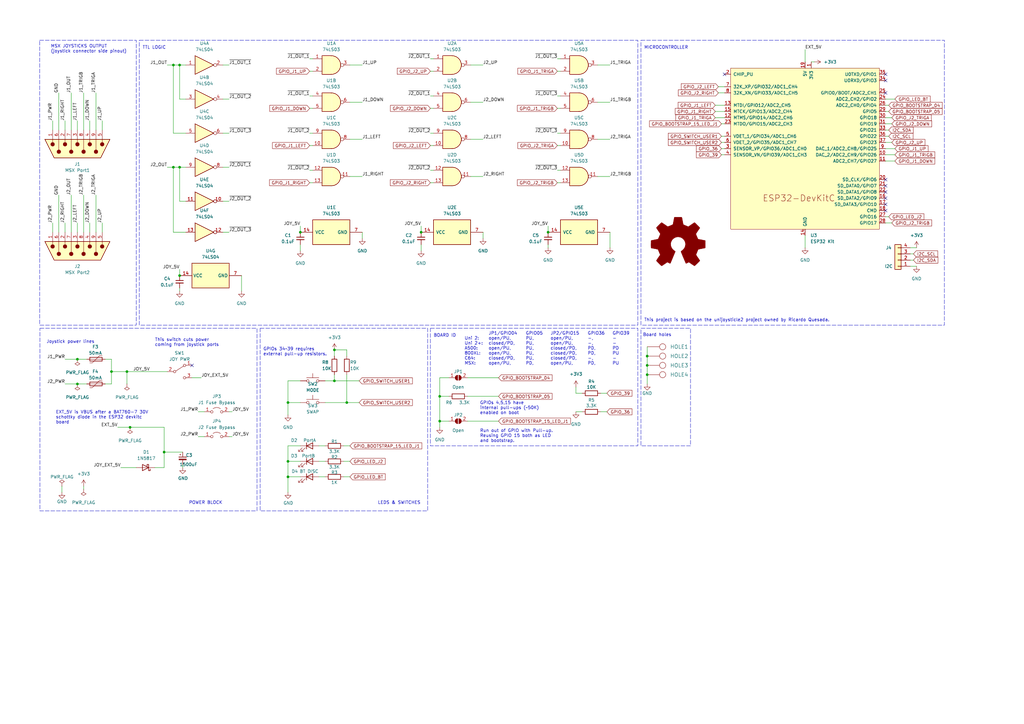
<source format=kicad_sch>
(kicad_sch (version 20230121) (generator eeschema)
  (paper "A3")
  (title_block (title "msx-joyblue: A Bluetooth controller adapter for MSX") (date "2024-02-08") (rev "v1 Build2") (company "Albert Herranz"))
  (junction (at 31.75 157.48))
  (junction (at 180.34 172.72))
  (junction (at 137.16 156.21))
  (junction (at 53.34 175.26))
  (junction (at 71.12 26.67))
  (junction (at 123.19 95.25))
  (junction (at 73.66 113.03))
  (junction (at 137.16 143.51))
  (junction (at 73.66 26.67))
  (junction (at 52.07 152.4))
  (junction (at 73.66 68.58))
  (junction (at 265.43 146.05))
  (junction (at 180.34 162.56))
  (junction (at 31.75 147.32))
  (junction (at 118.11 189.23))
  (junction (at 265.43 149.86))
  (junction (at 45.72 152.4))
  (junction (at 172.72 95.25))
  (junction (at 71.12 68.58))
  (junction (at 142.24 165.1))
  (junction (at 224.79 95.25))
  (junction (at 265.43 153.67))
  (junction (at 67.31 185.42))
  (junction (at 118.11 165.1))
  (junction (at 118.11 195.58))
  (no_connect (at 363.22 73.66))
  (no_connect (at 78.74 149.86))
  (no_connect (at 363.22 38.1))
  (no_connect (at 363.22 81.28))
  (no_connect (at 363.22 86.36))
  (no_connect (at 363.22 30.48))
  (no_connect (at 363.22 78.74))
  (no_connect (at 297.18 30.48))
  (no_connect (at 363.22 33.02))
  (no_connect (at 363.22 76.2))
  (no_connect (at 363.22 83.82))
  (wire (pts (xy 228.6 39.37) (xy 229.87 39.37)))
  (wire (pts (xy 295.91 55.88) (xy 297.18 55.88)))
  (wire (pts (xy 130.81 182.88) (xy 133.35 182.88)))
  (wire (pts (xy 193.04 72.39) (xy 198.12 72.39)))
  (wire (pts (xy 193.04 57.15) (xy 198.12 57.15)))
  (wire (pts (xy 31.75 147.32) (xy 35.56 147.32)))
  (wire (pts (xy 43.18 157.48) (xy 45.72 157.48)))
  (wire (pts (xy 176.53 39.37) (xy 177.8 39.37)))
  (wire (pts (xy 36.83 91.44) (xy 36.83 95.25)))
  (wire (pts (xy 365.76 48.26) (xy 363.22 48.26)))
  (wire (pts (xy 367.03 40.64) (xy 363.22 40.64)))
  (wire (pts (xy 24.13 38.1) (xy 24.13 53.34)))
  (wire (pts (xy 364.49 55.88) (xy 363.22 55.88)))
  (wire (pts (xy 245.11 57.15) (xy 250.19 57.15)))
  (wire (pts (xy 177.8 74.93) (xy 176.53 74.93)))
  (wire (pts (xy 365.76 58.42) (xy 363.22 58.42)))
  (wire (pts (xy 367.03 60.96) (xy 363.22 60.96)))
  (wire (pts (xy 176.53 24.13) (xy 177.8 24.13)))
  (wire (pts (xy 45.72 152.4) (xy 45.72 157.48)))
  (wire (pts (xy 137.16 143.51) (xy 142.24 143.51)))
  (wire (pts (xy 137.16 146.05) (xy 137.16 143.51)))
  (wire (pts (xy 127 39.37) (xy 128.27 39.37)))
  (wire (pts (xy 236.22 158.75) (xy 236.22 161.29)))
  (wire (pts (xy 294.64 38.1) (xy 297.18 38.1)))
  (wire (pts (xy 367.03 63.5) (xy 363.22 63.5)))
  (wire (pts (xy 246.38 161.29) (xy 248.92 161.29)))
  (wire (pts (xy 265.43 142.24) (xy 265.43 146.05)))
  (wire (pts (xy 176.53 69.85) (xy 177.8 69.85)))
  (wire (pts (xy 118.11 182.88) (xy 118.11 189.23)))
  (wire (pts (xy 365.76 50.8) (xy 363.22 50.8)))
  (wire (pts (xy 228.6 44.45) (xy 229.87 44.45)))
  (wire (pts (xy 71.12 26.67) (xy 73.66 26.67)))
  (wire (pts (xy 229.87 59.69) (xy 228.6 59.69)))
  (wire (pts (xy 294.64 35.56) (xy 297.18 35.56)))
  (wire (pts (xy 26.67 147.32) (xy 31.75 147.32)))
  (wire (pts (xy 133.35 156.21) (xy 137.16 156.21)))
  (wire (pts (xy 228.6 69.85) (xy 229.87 69.85)))
  (wire (pts (xy 198.12 95.25) (xy 198.12 97.79)))
  (wire (pts (xy 93.98 26.67) (xy 91.44 26.67)))
  (wire (pts (xy 31.75 91.44) (xy 31.75 95.25)))
  (wire (pts (xy 295.91 50.8) (xy 297.18 50.8)))
  (wire (pts (xy 67.31 175.26) (xy 53.34 175.26)))
  (wire (pts (xy 127 54.61) (xy 128.27 54.61)))
  (wire (pts (xy 250.19 72.39) (xy 245.11 72.39)))
  (wire (pts (xy 364.49 45.72) (xy 363.22 45.72)))
  (wire (pts (xy 180.34 172.72) (xy 180.34 175.26)))
  (wire (pts (xy 177.8 29.21) (xy 176.53 29.21)))
  (wire (pts (xy 29.21 80.01) (xy 29.21 95.25)))
  (wire (pts (xy 334.01 25.4) (xy 332.74 25.4)))
  (wire (pts (xy 142.24 165.1) (xy 147.32 165.1)))
  (wire (pts (xy 76.2 82.55) (xy 73.66 82.55)))
  (wire (pts (xy 364.49 43.18) (xy 363.22 43.18)))
  (wire (pts (xy 193.04 26.67) (xy 198.12 26.67)))
  (wire (pts (xy 142.24 153.67) (xy 142.24 165.1)))
  (wire (pts (xy 73.66 110.49) (xy 73.66 113.03)))
  (wire (pts (xy 21.59 49.53) (xy 21.59 53.34)))
  (wire (pts (xy 191.77 172.72) (xy 204.47 172.72)))
  (wire (pts (xy 68.58 68.58) (xy 71.12 68.58)))
  (wire (pts (xy 93.98 68.58) (xy 91.44 68.58)))
  (wire (pts (xy 123.19 95.25) (xy 123.19 92.71)))
  (wire (pts (xy 250.19 41.91) (xy 245.11 41.91)))
  (wire (pts (xy 73.66 119.38) (xy 73.66 118.11)))
  (wire (pts (xy 375.92 101.6) (xy 373.38 101.6)))
  (wire (pts (xy 374.65 106.68) (xy 373.38 106.68)))
  (wire (pts (xy 55.88 191.77) (xy 49.53 191.77)))
  (wire (pts (xy 34.29 38.1) (xy 34.29 53.34)))
  (wire (pts (xy 73.66 40.64) (xy 73.66 26.67)))
  (wire (pts (xy 127 24.13) (xy 128.27 24.13)))
  (wire (pts (xy 31.75 157.48) (xy 35.56 157.48)))
  (wire (pts (xy 26.67 157.48) (xy 31.75 157.48)))
  (wire (pts (xy 140.97 182.88) (xy 143.51 182.88)))
  (wire (pts (xy 93.98 54.61) (xy 91.44 54.61)))
  (wire (pts (xy 228.6 54.61) (xy 229.87 54.61)))
  (wire (pts (xy 330.2 96.52) (xy 330.2 101.6)))
  (wire (pts (xy 374.65 104.14) (xy 373.38 104.14)))
  (wire (pts (xy 52.07 157.48) (xy 52.07 152.4)))
  (wire (pts (xy 118.11 165.1) (xy 118.11 170.18)))
  (wire (pts (xy 177.8 44.45) (xy 176.53 44.45)))
  (wire (pts (xy 128.27 29.21) (xy 127 29.21)))
  (wire (pts (xy 128.27 59.69) (xy 127 59.69)))
  (wire (pts (xy 118.11 195.58) (xy 118.11 201.93)))
  (wire (pts (xy 76.2 54.61) (xy 71.12 54.61)))
  (wire (pts (xy 293.37 45.72) (xy 297.18 45.72)))
  (wire (pts (xy 184.15 154.94) (xy 180.34 154.94)))
  (wire (pts (xy 295.91 58.42) (xy 297.18 58.42)))
  (wire (pts (xy 193.04 41.91) (xy 198.12 41.91)))
  (wire (pts (xy 128.27 74.93) (xy 127 74.93)))
  (wire (pts (xy 45.72 147.32) (xy 45.72 152.4)))
  (wire (pts (xy 25.4 199.39) (xy 25.4 201.93)))
  (wire (pts (xy 246.38 168.91) (xy 248.92 168.91)))
  (wire (pts (xy 81.28 168.91) (xy 83.82 168.91)))
  (wire (pts (xy 118.11 165.1) (xy 123.19 165.1)))
  (wire (pts (xy 204.47 162.56) (xy 191.77 162.56)))
  (wire (pts (xy 250.19 101.6) (xy 250.19 95.25)))
  (wire (pts (xy 172.72 95.25) (xy 172.72 92.71)))
  (wire (pts (xy 130.81 189.23) (xy 133.35 189.23)))
  (wire (pts (xy 176.53 54.61) (xy 177.8 54.61)))
  (wire (pts (xy 39.37 80.01) (xy 39.37 95.25)))
  (wire (pts (xy 365.76 91.44) (xy 363.22 91.44)))
  (wire (pts (xy 295.91 60.96) (xy 297.18 60.96)))
  (wire (pts (xy 140.97 195.58) (xy 143.51 195.58)))
  (wire (pts (xy 76.2 95.25) (xy 71.12 95.25)))
  (wire (pts (xy 118.11 195.58) (xy 123.19 195.58)))
  (wire (pts (xy 127 69.85) (xy 128.27 69.85)))
  (wire (pts (xy 73.66 26.67) (xy 76.2 26.67)))
  (wire (pts (xy 82.55 154.94) (xy 78.74 154.94)))
  (wire (pts (xy 71.12 95.25) (xy 71.12 68.58)))
  (wire (pts (xy 71.12 54.61) (xy 71.12 26.67)))
  (wire (pts (xy 118.11 189.23) (xy 118.11 195.58)))
  (wire (pts (xy 293.37 48.26) (xy 297.18 48.26)))
  (wire (pts (xy 142.24 143.51) (xy 142.24 146.05)))
  (wire (pts (xy 71.12 68.58) (xy 73.66 68.58)))
  (wire (pts (xy 76.2 40.64) (xy 73.66 40.64)))
  (wire (pts (xy 364.49 53.34) (xy 363.22 53.34)))
  (wire (pts (xy 133.35 165.1) (xy 142.24 165.1)))
  (wire (pts (xy 128.27 44.45) (xy 127 44.45)))
  (wire (pts (xy 177.8 59.69) (xy 176.53 59.69)))
  (wire (pts (xy 184.15 172.72) (xy 180.34 172.72)))
  (wire (pts (xy 265.43 153.67) (xy 265.43 157.48)))
  (wire (pts (xy 130.81 195.58) (xy 133.35 195.58)))
  (wire (pts (xy 123.19 100.33) (xy 123.19 102.87)))
  (wire (pts (xy 67.31 185.42) (xy 74.93 185.42)))
  (wire (pts (xy 81.28 179.07) (xy 83.82 179.07)))
  (wire (pts (xy 172.72 100.33) (xy 172.72 102.87)))
  (wire (pts (xy 34.29 199.39) (xy 34.29 200.66)))
  (wire (pts (xy 367.03 66.04) (xy 363.22 66.04)))
  (wire (pts (xy 224.79 92.71) (xy 224.79 95.25)))
  (wire (pts (xy 143.51 57.15) (xy 148.59 57.15)))
  (wire (pts (xy 123.19 182.88) (xy 118.11 182.88)))
  (wire (pts (xy 140.97 189.23) (xy 143.51 189.23)))
  (wire (pts (xy 45.72 152.4) (xy 52.07 152.4)))
  (wire (pts (xy 26.67 49.53) (xy 26.67 53.34)))
  (wire (pts (xy 137.16 156.21) (xy 147.32 156.21)))
  (wire (pts (xy 143.51 72.39) (xy 148.59 72.39)))
  (wire (pts (xy 41.91 49.53) (xy 41.91 53.34)))
  (wire (pts (xy 364.49 88.9) (xy 363.22 88.9)))
  (wire (pts (xy 93.98 168.91) (xy 95.25 168.91)))
  (wire (pts (xy 31.75 49.53) (xy 31.75 53.34)))
  (wire (pts (xy 229.87 29.21) (xy 228.6 29.21)))
  (wire (pts (xy 123.19 189.23) (xy 118.11 189.23)))
  (wire (pts (xy 191.77 154.94) (xy 204.47 154.94)))
  (wire (pts (xy 67.31 185.42) (xy 67.31 191.77)))
  (wire (pts (xy 180.34 162.56) (xy 184.15 162.56)))
  (wire (pts (xy 330.2 20.32) (xy 330.2 25.4)))
  (wire (pts (xy 143.51 41.91) (xy 148.59 41.91)))
  (wire (pts (xy 67.31 191.77) (xy 63.5 191.77)))
  (wire (pts (xy 45.72 147.32) (xy 43.18 147.32)))
  (wire (pts (xy 26.67 91.44) (xy 26.67 95.25)))
  (wire (pts (xy 148.59 95.25) (xy 148.59 97.79)))
  (wire (pts (xy 74.93 190.5) (xy 74.93 191.77)))
  (wire (pts (xy 73.66 68.58) (xy 76.2 68.58)))
  (wire (pts (xy 39.37 38.1) (xy 39.37 53.34)))
  (wire (pts (xy 143.51 26.67) (xy 148.59 26.67)))
  (wire (pts (xy 36.83 49.53) (xy 36.83 53.34)))
  (wire (pts (xy 180.34 162.56) (xy 180.34 172.72)))
  (wire (pts (xy 224.79 101.6) (xy 224.79 100.33)))
  (wire (pts (xy 21.59 91.44) (xy 21.59 95.25)))
  (wire (pts (xy 293.37 43.18) (xy 297.18 43.18)))
  (wire (pts (xy 93.98 40.64) (xy 91.44 40.64)))
  (wire (pts (xy 118.11 156.21) (xy 118.11 165.1)))
  (wire (pts (xy 236.22 168.91) (xy 238.76 168.91)))
  (wire (pts (xy 265.43 146.05) (xy 265.43 149.86)))
  (wire (pts (xy 265.43 149.86) (xy 265.43 153.67)))
  (wire (pts (xy 24.13 80.01) (xy 24.13 95.25)))
  (wire (pts (xy 118.11 156.21) (xy 123.19 156.21)))
  (wire (pts (xy 245.11 26.67) (xy 250.19 26.67)))
  (wire (pts (xy 236.22 161.29) (xy 238.76 161.29)))
  (wire (pts (xy 34.29 80.01) (xy 34.29 95.25)))
  (wire (pts (xy 93.98 95.25) (xy 91.44 95.25)))
  (wire (pts (xy 228.6 74.93) (xy 229.87 74.93)))
  (wire (pts (xy 52.07 152.4) (xy 68.58 152.4)))
  (wire (pts (xy 53.34 175.26) (xy 48.26 175.26)))
  (wire (pts (xy 73.66 82.55) (xy 73.66 68.58)))
  (wire (pts (xy 41.91 91.44) (xy 41.91 95.25)))
  (wire (pts (xy 137.16 153.67) (xy 137.16 156.21)))
  (wire (pts (xy 67.31 175.26) (xy 67.31 185.42)))
  (wire (pts (xy 373.38 109.22) (xy 375.92 109.22)))
  (wire (pts (xy 93.98 82.55) (xy 91.44 82.55)))
  (wire (pts (xy 68.58 26.67) (xy 71.12 26.67)))
  (wire (pts (xy 295.91 63.5) (xy 297.18 63.5)))
  (wire (pts (xy 228.6 24.13) (xy 229.87 24.13)))
  (wire (pts (xy 29.21 38.1) (xy 29.21 53.34)))
  (wire (pts (xy 180.34 154.94) (xy 180.34 162.56)))
  (wire (pts (xy 93.98 179.07) (xy 95.25 179.07)))
  (wire (pts (xy 99.06 119.38) (xy 99.06 113.03)))
  (rectangle (start 106.68 134.62) (end 175.387 209.55) (stroke (width 0) (type dash)))
  (rectangle (start 262.89 16.51) (end 387.35 133.35) (stroke (width 0) (type dash)))
  (rectangle (start 57.15 16.51) (end 261.62 133.35) (stroke (width 0) (type dash)))
  (rectangle (start 262.89 134.62) (end 283.21 182.88) (stroke (width 0) (type dash)))
  (rectangle (start 16.256 16.51) (end 55.88 133.35) (stroke (width 0) (type dash)))
  (rectangle (start 176.53 134.62) (end 261.62 182.88) (stroke (width 0) (type dash)))
  (rectangle (start 16.383 134.62) (end 105.41 209.55) (stroke (width 0) (type dash)))
  (text "LEDS & SWITCHES" (at 154.94 207.01 0) (effects (font (size 1.27 1.27)) (justify left bottom)))
  (text "		JP1/GPIO04	GPIO05	JP2/GPIO15	GPIO36	GPIO39\nUni 2:	open/PU,	PU,		open/PU,	-,		-\nUni 2+:	closed/PD,	PU,		open/PU,	-,		-\nA500:	open/PU,	PU,		closed/PD,	PD,		PD\n800XL:	open/PU,	PU,		closed/PD,	PD,		PU\nC64:	closed/PD,	PU,		closed/PD,	-,		-\nMSX:	open/PU,	PD,		open/PU,	PD,		PU" (at 190.5 149.86 0) (effects (font (size 1.27 1.27)) (justify left bottom)))
  (text "MSX JOYSTICKS OUTPUT\n(joystick connector side pinout)" (at 20.828 21.844 0) (effects (font (size 1.27 1.27)) (justify left bottom)))
  (text "POWER BLOCK" (at 77.47 207.01 0) (effects (font (size 1.27 1.27)) (justify left bottom)))
  (text "Joystick power lines" (at 19.05 140.97 0) (effects (font (size 1.27 1.27)) (justify left bottom)))
  (text "This switch cuts power\ncoming from joystick ports" (at 63.5 142.24 0) (effects (font (size 1.27 1.27)) (justify left bottom)))
  (text "GPIOs 34~39 requires\nexternal pull-up resistors." (at 107.95 146.05 0) (effects (font (size 1.27 1.27)) (justify left bottom)))
  (text "Run out of GPIO with Pull-up.\nReusing GPIO 15 both as LED\nand bootstrap." (at 196.85 181.61 0) (effects (font (size 1.27 1.27)) (justify left bottom)))
  (text "TTL LOGIC\n" (at 58.42 20.32 0) (effects (font (size 1.27 1.27)) (justify left bottom)))
  (text "GPIOs 4,5,15 have\ninternal pull-ups (~50K)\nenabled on boot" (at 196.85 170.18 0) (effects (font (size 1.27 1.27)) (justify left bottom)))
  (text "Board holes" (at 263.652 138.176 0) (effects (font (size 1.27 1.27)) (justify left bottom)))
  (text "MICROCONTROLLER" (at 264.16 20.32 0) (effects (font (size 1.27 1.27)) (justify left bottom)))
  (text "EXT_5V is VBUS after a BAT760-7 30V\nschottky diode in the ESP32 devkitc\nboard" (at 22.86 173.99 0) (effects (font (size 1.27 1.27)) (justify left bottom)))
  (text "This project is based on the unijoysticle2 project owned by Ricardo Quesada." (at 264.16 132.08 0) (effects (font (size 1.27 1.27)) (justify left bottom)))
  (text "BOARD ID" (at 177.8 138.43 0) (effects (font (size 1.27 1.27)) (justify left bottom)))
  (label "J2_LEFT" (at 198.12 57.15 0))
  (label "EXT_5V" (at 330.2 20.32 0))
  (label "~{J1_OUT_2}" (at 93.98 40.64 0))
  (label "J2_TRIGA" (at 39.37 80.01 90))
  (label "EXT_5V" (at 48.26 175.26 180))
  (label "~{J1_OUT_2}" (at 127 69.85 180))
  (label "J2_RIGHT" (at 26.67 91.44 90))
  (label "JOY_5V" (at 172.72 92.71 180))
  (label "J1_DOWN" (at 36.83 49.53 90))
  (label "J2_TRIGB" (at 34.29 80.01 90))
  (label "J1_UP" (at 148.59 26.67 0))
  (label "J2_UP" (at 198.12 26.67 0))
  (label "J2_TRIGB" (at 250.19 72.39 0))
  (label "J1_DOWN" (at 148.59 41.91 0))
  (label "J2_DOWN" (at 198.12 41.91 0))
  (label "J2_DOWN" (at 36.83 91.44 90))
  (label "~{J1_OUT_1}" (at 127 24.13 180))
  (label "J1_OUT" (at 68.58 26.67 180))
  (label "J1_LEFT" (at 148.59 57.15 0))
  (label "JOY_5V" (at 95.25 168.91 0))
  (label "J2_TRIGA" (at 250.19 57.15 0))
  (label "~{J2_OUT_2}" (at 176.53 54.61 180))
  (label "J2_RIGHT" (at 198.12 72.39 0))
  (label "J1_PWR" (at 81.28 168.91 180))
  (label "JOY_5V" (at 95.25 179.07 0))
  (label "J1_UP" (at 41.91 49.53 90))
  (label "~{J2_OUT_3}" (at 93.98 95.25 0))
  (label "~{J2_OUT_2}" (at 93.98 82.55 0))
  (label "J1_PWR" (at 21.59 49.53 90))
  (label "JOY_5V" (at 224.79 92.71 180))
  (label "JOY_5V" (at 73.66 110.49 180))
  (label "J2_PWR" (at 26.67 157.48 180))
  (label "J2_PWR" (at 21.59 91.44 90))
  (label "~{J2_OUT_1}" (at 176.53 24.13 180))
  (label "~{J1_OUT_2}" (at 127 54.61 180))
  (label "J2_UP" (at 41.91 91.44 90))
  (label "~{J1_OUT_3}" (at 93.98 54.61 0))
  (label "~{J2_OUT_3}" (at 228.6 54.61 180))
  (label "~{J1_OUT_1}" (at 93.98 26.67 0))
  (label "J2_PWR" (at 81.28 179.07 180))
  (label "~{J1_OUT_1}" (at 127 39.37 180))
  (label "J1_LEFT" (at 31.75 49.53 90))
  (label "J2_LEFT" (at 31.75 91.44 90))
  (label "JOY_EXT_5V" (at 49.53 191.77 180))
  (label "J1_RIGHT" (at 148.59 72.39 0))
  (label "~{J2_OUT_2}" (at 176.53 69.85 180))
  (label "JOY_5V" (at 54.61 152.4 0))
  (label "JOY_5V" (at 123.19 92.71 180))
  (label "JOY_EXT_5V" (at 82.55 154.94 0))
  (label "~{J1_OUT_3}" (at 228.6 24.13 180))
  (label "J2_OUT" (at 29.21 80.01 90))
  (label "J1_TRIGA" (at 39.37 38.1 90))
  (label "GND" (at 24.13 38.1 90))
  (label "GND" (at 24.13 80.01 90))
  (label "J1_RIGHT" (at 26.67 49.53 90))
  (label "J1_TRIGB" (at 250.19 41.91 0))
  (label "J1_TRIGB" (at 34.29 38.1 90))
  (label "J1_OUT" (at 29.21 38.1 90))
  (label "J1_PWR" (at 26.67 147.32 180))
  (label "~{J2_OUT_3}" (at 228.6 69.85 180))
  (label "J2_OUT" (at 68.58 68.58 180))
  (label "~{J2_OUT_1}" (at 176.53 39.37 180))
  (label "J1_TRIGA" (at 250.19 26.67 0))
  (label "~{J1_OUT_3}" (at 228.6 39.37 180))
  (label "~{J2_OUT_1}" (at 93.98 68.58 0))
  (global_label "GPIO_BOOTSTRAP_15_LED_J1" (shape input) (at 143.51 182.88 0) (property "Intersheetrefs" "${INTERSHEET_REFS}" (effects hide)))
  (global_label "GPIO_J2_UP" (shape input) (at 176.53 29.21 180) (property "Intersheetrefs" "${INTERSHEET_REFS}" (effects hide)))
  (global_label "GPIO_J1_UP" (shape input) (at 367.03 60.96 0) (property "Intersheetrefs" "${INTERSHEET_REFS}" (effects hide)))
  (global_label "GPIO_J2_LEFT" (shape input) (at 294.64 35.56 180) (property "Intersheetrefs" "${INTERSHEET_REFS}" (effects hide)))
  (global_label "GPIO_J1_DOWN" (shape input) (at 367.03 66.04 0) (property "Intersheetrefs" "${INTERSHEET_REFS}" (effects hide)))
  (global_label "GPIO_J1_UP" (shape input) (at 127 29.21 180) (property "Intersheetrefs" "${INTERSHEET_REFS}" (effects hide)))
  (global_label "I2C_SCL" (shape input) (at 374.65 104.14 0) (property "Intersheetrefs" "${INTERSHEET_REFS}" (effects hide)))
  (global_label "GPIO_LED_J2" (shape input) (at 364.49 88.9 0) (property "Intersheetrefs" "${INTERSHEET_REFS}" (effects hide)))
  (global_label "GPIO_J1_TRIGB" (shape input) (at 367.03 63.5 0) (property "Intersheetrefs" "${INTERSHEET_REFS}" (effects hide)))
  (global_label "I2C_SCL" (shape input) (at 364.49 55.88 0) (property "Intersheetrefs" "${INTERSHEET_REFS}" (effects hide)))
  (global_label "I2C_SDA" (shape input) (at 364.49 53.34 0) (property "Intersheetrefs" "${INTERSHEET_REFS}" (effects hide)))
  (global_label "GPIO_BOOTSTRAP_05" (shape input) (at 204.47 162.56 0) (property "Intersheetrefs" "${INTERSHEET_REFS}" (effects hide)))
  (global_label "GPIO_J2_UP" (shape input) (at 365.76 58.42 0) (property "Intersheetrefs" "${INTERSHEET_REFS}" (effects hide)))
  (global_label "GPIO_J1_RIGHT" (shape input) (at 127 74.93 180) (property "Intersheetrefs" "${INTERSHEET_REFS}" (effects hide)))
  (global_label "GPIO_SWITCH_USER1" (shape input) (at 295.91 55.88 180) (property "Intersheetrefs" "${INTERSHEET_REFS}" (effects hide)))
  (global_label "GPIO_J2_RIGHT" (shape input) (at 176.53 74.93 180) (property "Intersheetrefs" "${INTERSHEET_REFS}" (effects hide)))
  (global_label "GPIO_SWITCH_USER2" (shape input) (at 147.32 165.1 0) (property "Intersheetrefs" "${INTERSHEET_REFS}" (effects hide)))
  (global_label "GPIO_J2_TRIGA" (shape input) (at 228.6 59.69 180) (property "Intersheetrefs" "${INTERSHEET_REFS}" (effects hide)))
  (global_label "GPIO_36" (shape input) (at 248.92 168.91 0) (property "Intersheetrefs" "${INTERSHEET_REFS}" (effects hide)))
  (global_label "GPIO_39" (shape input) (at 295.91 63.5 180) (property "Intersheetrefs" "${INTERSHEET_REFS}" (effects hide)))
  (global_label "GPIO_36" (shape input) (at 295.91 60.96 180) (property "Intersheetrefs" "${INTERSHEET_REFS}" (effects hide)))
  (global_label "GPIO_J1_RIGHT" (shape input) (at 293.37 45.72 180) (property "Intersheetrefs" "${INTERSHEET_REFS}" (effects hide)))
  (global_label "GPIO_BOOTSTRAP_05" (shape input) (at 364.49 45.72 0) (property "Intersheetrefs" "${INTERSHEET_REFS}" (effects hide)))
  (global_label "GPIO_LED_BT" (shape input) (at 143.51 195.58 0) (property "Intersheetrefs" "${INTERSHEET_REFS}" (effects hide)))
  (global_label "GPIO_J2_TRIGA" (shape input) (at 365.76 48.26 0) (property "Intersheetrefs" "${INTERSHEET_REFS}" (effects hide)))
  (global_label "GPIO_J1_TRIGA" (shape input) (at 293.37 48.26 180) (property "Intersheetrefs" "${INTERSHEET_REFS}" (effects hide)))
  (global_label "GPIO_LED_BT" (shape input) (at 367.03 40.64 0) (property "Intersheetrefs" "${INTERSHEET_REFS}" (effects hide)))
  (global_label "GPIO_BOOTSTRAP_15_LED_J1" (shape input) (at 295.91 50.8 180) (property "Intersheetrefs" "${INTERSHEET_REFS}" (effects hide)))
  (global_label "GPIO_J1_LEFT" (shape input) (at 127 59.69 180) (property "Intersheetrefs" "${INTERSHEET_REFS}" (effects hide)))
  (global_label "GPIO_J2_DOWN" (shape input) (at 176.53 44.45 180) (property "Intersheetrefs" "${INTERSHEET_REFS}" (effects hide)))
  (global_label "GPIO_39" (shape input) (at 248.92 161.29 0) (property "Intersheetrefs" "${INTERSHEET_REFS}" (effects hide)))
  (global_label "GPIO_J1_TRIGB" (shape input) (at 228.6 44.45 180) (property "Intersheetrefs" "${INTERSHEET_REFS}" (effects hide)))
  (global_label "GPIO_BOOTSTRAP_04" (shape input) (at 364.49 43.18 0) (property "Intersheetrefs" "${INTERSHEET_REFS}" (effects hide)))
  (global_label "GPIO_LED_J2" (shape input) (at 143.51 189.23 0) (property "Intersheetrefs" "${INTERSHEET_REFS}" (effects hide)))
  (global_label "I2C_SDA" (shape input) (at 374.65 106.68 0) (property "Intersheetrefs" "${INTERSHEET_REFS}" (effects hide)))
  (global_label "GPIO_J1_DOWN" (shape input) (at 127 44.45 180) (property "Intersheetrefs" "${INTERSHEET_REFS}" (effects hide)))
  (global_label "GPIO_J2_LEFT" (shape input) (at 176.53 59.69 180) (property "Intersheetrefs" "${INTERSHEET_REFS}" (effects hide)))
  (global_label "GPIO_BOOTSTRAP_04" (shape input) (at 204.47 154.94 0) (property "Intersheetrefs" "${INTERSHEET_REFS}" (effects hide)))
  (global_label "GPIO_BOOTSTRAP_15_LED_J1" (shape input) (at 204.47 172.72 0) (property "Intersheetrefs" "${INTERSHEET_REFS}" (effects hide)))
  (global_label "GPIO_SWITCH_USER1" (shape input) (at 147.32 156.21 0) (property "Intersheetrefs" "${INTERSHEET_REFS}" (effects hide)))
  (global_label "GPIO_SWITCH_USER2" (shape input) (at 295.91 58.42 180) (property "Intersheetrefs" "${INTERSHEET_REFS}" (effects hide)))
  (global_label "GPIO_J2_TRIGB" (shape input) (at 365.76 91.44 0) (property "Intersheetrefs" "${INTERSHEET_REFS}" (effects hide)))
  (global_label "GPIO_J2_TRIGB" (shape input) (at 228.6 74.93 180) (property "Intersheetrefs" "${INTERSHEET_REFS}" (effects hide)))
  (global_label "GPIO_J2_DOWN" (shape input) (at 365.76 50.8 0) (property "Intersheetrefs" "${INTERSHEET_REFS}" (effects hide)))
  (global_label "GPIO_J1_TRIGA" (shape input) (at 228.6 29.21 180) (property "Intersheetrefs" "${INTERSHEET_REFS}" (effects hide)))
  (global_label "GPIO_J2_RIGHT" (shape input) (at 294.64 38.1 180) (property "Intersheetrefs" "${INTERSHEET_REFS}" (effects hide)))
  (global_label "GPIO_J1_LEFT" (shape input) (at 293.37 43.18 180) (property "Intersheetrefs" "${INTERSHEET_REFS}" (effects hide)))
  (symbol (lib_id "my_components:HOLE") (at 271.78 149.86 0) (unit 1)
    (property "Reference" "HOLE3" (at 274.828 149.86 0) (effects (font (size 1.524 1.524)) (justify left)))
    (property "Value" "HOLE" (effects hide))
    (property "Footprint" "My_Components:Hole_3mm" (effects hide))
  )
  (symbol (lib_id "power:GND") (at 198.12 97.79 0) (unit 1)
    (property "Reference" "#PWR06" (effects hide))
    (property "Value" "GND" (at 198.12 102.87 0))
  )
  (symbol (lib_id "Device:R") (at 137.16 195.58 90) (unit 1)
    (property "Reference" "R3" (at 137.16 193.802 90))
    (property "Value" "1K" (at 137.16 197.866 90))
    (property "Footprint" "My_Components:Res_762" (effects hide))
    (property "LCSC" "C4310" (effects hide))
  )
  (symbol (lib_id "power:PWR_FLAG") (at 53.34 175.26 180) (unit 1)
    (property "Reference" "#FLG01" (effects hide))
    (property "Value" "PWR_FLAG" (at 53.34 180.721 0))
  )
  (symbol (lib_id "74xx:74LS03") (at 135.89 95.25 90) (unit 5)
    (property "Reference" "U1" (at 135.89 85.09 90))
    (property "Value" "74LS03" (at 135.89 87.63 90))
    (property "Footprint" "Package_DIP:DIP-14_W7.62mm_Socket_LongPads" (effects hide))
    (property "Datasheet" "http://www.ti.com/lit/gpn/sn74LS03" (effects hide))
  )
  (symbol (lib_id "power:+3V3") (at 375.92 101.6 0) (unit 1)
    (property "Reference" "#PWR017" (effects hide))
    (property "Value" "+3V3" (at 375.92 96.52 0))
  )
  (symbol (lib_id "Device:Polyfuse") (at 39.37 147.32 90) (unit 1)
    (property "Reference" "F3" (at 39.116 142.24 90))
    (property "Value" "50mA" (at 39.116 144.78 90))
    (property "Footprint" "Capacitor_THT:C_Disc_D7.5mm_W2.5mm_P5.00mm" (effects hide))
  )
  (symbol (lib_id "74xx:74LS03") (at 237.49 72.39 0) (unit 4)
    (property "Reference" "U5" (at 237.4817 63.5 0))
    (property "Value" "74LS03" (at 237.4817 66.04 0))
    (property "Footprint" "Package_DIP:DIP-14_W7.62mm_Socket_LongPads" (effects hide))
    (property "Datasheet" "http://www.ti.com/lit/gpn/sn74LS03" (effects hide))
  )
  (symbol (lib_id "74xx:74LS03") (at 237.49 41.91 0) (unit 2)
    (property "Reference" "U5" (at 237.4817 33.02 0))
    (property "Value" "74LS03" (at 237.4817 35.56 0))
    (property "Footprint" "Package_DIP:DIP-14_W7.62mm_Socket_LongPads" (effects hide))
    (property "Datasheet" "http://www.ti.com/lit/gpn/sn74LS03" (effects hide))
  )
  (symbol (lib_id "Graphic:Logo_Open_Hardware_Large") (at 278.13 100.33 0) (unit 1) (in_bom no)
    (property "Reference" "SYM1" (effects hide))
    (property "Value" "Logo_Open_Hardware_Large" (effects hide))
    (property "Footprint" "Symbol:OSHW-Logo_7.5x8mm_SilkScreen" (effects hide))
    (property "Sim.Enable" "0" (effects hide))
  )
  (symbol (lib_id "power:GND") (at 265.43 157.48 0) (unit 1)
    (property "Reference" "#PWR09" (effects hide))
    (property "Value" "GND" (at 265.43 161.29 0))
  )
  (symbol (lib_id "74xx:74LS03") (at 185.42 26.67 0) (unit 1)
    (property "Reference" "U2" (at 185.4117 17.78 0))
    (property "Value" "74LS03" (at 185.4117 20.32 0))
    (property "Footprint" "Package_DIP:DIP-14_W7.62mm_Socket_LongPads" (effects hide))
    (property "Datasheet" "http://www.ti.com/lit/gpn/sn74LS03" (effects hide))
  )
  (symbol (lib_id "Jumper:SolderJumper_2_Open") (at 187.96 172.72 0) (unit 1) (on_board no)
    (property "Reference" "JP2" (at 187.96 170.18 0))
    (property "Value" "Open" (at 187.96 176.53 0))
    (property "Footprint" "Jumper:SolderJumper-2_P1.3mm_Open_RoundedPad1.0x1.5mm" (effects hide))
  )
  (symbol (lib_id "Jumper:Jumper_2_Open") (at 88.9 168.91 0) (unit 1)
    (property "Reference" "JP3" (at 88.9 162.56 0))
    (property "Value" "J1 Fuse Bypass" (at 88.9 165.1 0))
    (property "Footprint" "Connector_PinHeader_2.54mm:PinHeader_1x02_P2.54mm_Vertical" (effects hide))
  )
  (symbol (lib_id "74xx:74LS03") (at 185.42 57.15 0) (unit 3)
    (property "Reference" "U2" (at 185.4117 48.26 0))
    (property "Value" "74LS03" (at 185.4117 50.8 0))
    (property "Footprint" "Package_DIP:DIP-14_W7.62mm_Socket_LongPads" (effects hide))
    (property "Datasheet" "http://www.ti.com/lit/gpn/sn74LS03" (effects hide))
  )
  (symbol (lib_id "74xx:74LS03") (at 185.42 95.25 90) (unit 5)
    (property "Reference" "U2" (at 185.42 85.09 90))
    (property "Value" "74LS03" (at 185.42 87.63 90))
    (property "Footprint" "Package_DIP:DIP-14_W7.62mm_Socket_LongPads" (effects hide))
    (property "Datasheet" "http://www.ti.com/lit/gpn/sn74LS03" (effects hide))
  )
  (symbol (lib_id "74xx:74LS04") (at 83.82 54.61 0) (unit 3)
    (property "Reference" "U4" (at 83.82 45.72 0))
    (property "Value" "74LS04" (at 83.82 48.26 0))
    (property "Footprint" "Package_DIP:DIP-14_W7.62mm_Socket_LongPads" (effects hide))
    (property "Datasheet" "http://www.ti.com/lit/gpn/sn74LS04" (effects hide))
  )
  (symbol (lib_id "Device:R") (at 242.57 161.29 270) (mirror x) (unit 1)
    (property "Reference" "R4" (at 242.57 156.464 90))
    (property "Value" "10K" (at 242.57 158.75 90))
    (property "Footprint" "My_Components:Res_762" (effects hide))
  )
  (symbol (lib_id "Device:R") (at 242.57 168.91 270) (mirror x) (unit 1)
    (property "Reference" "R5" (at 242.57 164.084 90))
    (property "Value" "3.3K" (at 242.57 166.37 90))
    (property "Footprint" "My_Components:Res_762" (effects hide))
  )
  (symbol (lib_id "Connector:DE9_Plug") (at 31.75 60.96 270) (unit 1)
    (property "Reference" "J1" (at 31.75 67.31 90))
    (property "Value" "MSX Port1" (at 31.75 69.85 90))
    (property "Footprint" "Connector_JST:JST_PH_B9B-PH-K_1x09_P2.00mm_Vertical" (effects hide))
    (property "Datasheet" " ~" (effects hide))
  )
  (symbol (lib_id "Switch:SW_Push") (at 128.27 156.21 0) (unit 1)
    (property "Reference" "SW2" (at 128.27 157.48 0))
    (property "Value" "MODE" (at 128.27 160.02 0))
    (property "Footprint" "Button_Switch_THT:SW_Tactile_SPST_Angled_PTS645Vx39-2LFS" (effects hide))
  )
  (symbol (lib_id "Device:C_Small") (at 73.66 115.57 0) (unit 1)
    (property "Reference" "C4" (at 68.58 114.3 0))
    (property "Value" "0.1uF" (at 68.58 116.84 0))
    (property "Footprint" "My_Components:Cap_Cer_508" (effects hide))
  )
  (symbol (lib_id "74xx:74LS04") (at 83.82 95.25 0) (unit 6)
    (property "Reference" "U4" (at 83.82 86.36 0))
    (property "Value" "74LS04" (at 83.82 88.9 0))
    (property "Footprint" "Package_DIP:DIP-14_W7.62mm_Socket_LongPads" (effects hide))
    (property "Datasheet" "http://www.ti.com/lit/gpn/sn74LS04" (effects hide))
  )
  (symbol (lib_id "my_components:HOLE") (at 271.78 146.05 0) (unit 1)
    (property "Reference" "HOLE2" (at 274.828 146.05 0) (effects (font (size 1.524 1.524)) (justify left)))
    (property "Value" "HOLE" (effects hide))
    (property "Footprint" "My_Components:Hole_3mm" (effects hide))
  )
  (symbol (lib_id "74xx:74LS04") (at 83.82 68.58 0) (unit 4)
    (property "Reference" "U4" (at 83.82 59.69 0))
    (property "Value" "74LS04" (at 83.82 62.23 0))
    (property "Footprint" "Package_DIP:DIP-14_W7.62mm_Socket_LongPads" (effects hide))
    (property "Datasheet" "http://www.ti.com/lit/gpn/sn74LS04" (effects hide))
  )
  (symbol (lib_id "74xx:74LS03") (at 237.49 95.25 90) (unit 5)
    (property "Reference" "U5" (at 237.49 85.09 90))
    (property "Value" "74LS03" (at 237.49 87.63 90))
    (property "Footprint" "Package_DIP:DIP-14_W7.62mm_Socket_LongPads" (effects hide))
    (property "Datasheet" "http://www.ti.com/lit/gpn/sn74LS03" (effects hide))
  )
  (symbol (lib_id "74xx:74LS03") (at 135.89 26.67 0) (unit 1)
    (property "Reference" "U1" (at 135.8817 17.78 0))
    (property "Value" "74LS03" (at 135.8817 20.32 0))
    (property "Footprint" "Package_DIP:DIP-14_W7.62mm_Socket_LongPads" (effects hide))
    (property "Datasheet" "http://www.ti.com/lit/gpn/sn74LS03" (effects hide))
  )
  (symbol (lib_id "74xx:74LS03") (at 135.89 41.91 0) (unit 2)
    (property "Reference" "U1" (at 135.8817 33.02 0))
    (property "Value" "74LS03" (at 135.8817 35.56 0))
    (property "Footprint" "Package_DIP:DIP-14_W7.62mm_Socket_LongPads" (effects hide))
    (property "Datasheet" "http://www.ti.com/lit/gpn/sn74LS03" (effects hide))
  )
  (symbol (lib_id "power:+3V3") (at 236.22 158.75 0) (unit 1)
    (property "Reference" "#PWR012" (effects hide))
    (property "Value" "+3V3" (at 236.22 153.416 0))
  )
  (symbol (lib_id "Connector:DE9_Plug") (at 31.75 102.87 270) (unit 1)
    (property "Reference" "J2" (at 31.75 109.22 90))
    (property "Value" "MSX Port2" (at 31.75 111.76 90))
    (property "Footprint" "Connector_JST:JST_PH_B9B-PH-K_1x09_P2.00mm_Vertical" (effects hide))
    (property "Datasheet" " ~" (effects hide))
  )
  (symbol (lib_id "74xx:74LS04") (at 86.36 113.03 90) (unit 7)
    (property "Reference" "U4" (at 86.36 102.87 90))
    (property "Value" "74LS04" (at 86.36 105.41 90))
    (property "Footprint" "Package_DIP:DIP-14_W7.62mm_Socket_LongPads" (effects hide))
    (property "Datasheet" "http://www.ti.com/lit/gpn/sn74LS04" (effects hide))
  )
  (symbol (lib_id "power:GND") (at 330.2 101.6 0) (unit 1)
    (property "Reference" "#PWR010" (effects hide))
    (property "Value" "GND" (at 330.2 106.68 0))
  )
  (symbol (lib_id "74xx:74LS04") (at 83.82 82.55 0) (unit 5)
    (property "Reference" "U4" (at 83.82 73.66 0))
    (property "Value" "74LS04" (at 83.82 76.2 0))
    (property "Footprint" "Package_DIP:DIP-14_W7.62mm_Socket_LongPads" (effects hide))
    (property "Datasheet" "http://www.ti.com/lit/gpn/sn74LS04" (effects hide))
  )
  (symbol (lib_id "Device:R") (at 137.16 149.86 0) (unit 1)
    (property "Reference" "R8" (at 132.08 148.59 0) (effects (justify left)))
    (property "Value" "10K" (at 132.08 151.13 0) (effects (justify left)))
    (property "Footprint" "My_Components:Res_762" (effects hide))
  )
  (symbol (lib_id "Diode:1N5817") (at 59.69 191.77 180) (unit 1)
    (property "Reference" "D1" (at 60.0075 185.42 0))
    (property "Value" "1N5817" (at 60.0075 187.96 0))
    (property "Footprint" "Diode_THT:D_DO-41_SOD81_P10.16mm_Horizontal" (effects hide))
    (property "Datasheet" "http://www.vishay.com/docs/88525/1n5817.pdf" (effects hide))
  )
  (symbol (lib_id "Espressif:ESP32-DevKitC") (at 330.2 60.96 0) (unit 1)
    (property "Reference" "U3" (at 332.3941 96.52 0) (effects (justify left)))
    (property "Value" "ESP32 Kit" (at 332.3941 99.06 0) (effects (justify left)))
    (property "Footprint" "My_Components:X-NodeMCU-32-plus-ESP32-DevKitC" (effects hide))
    (property "Datasheet" "https://docs.espressif.com/projects/esp-idf/zh_CN/latest/esp32/hw-reference/esp32/get-started-devkitc.html" (effects hide))
  )
  (symbol (lib_id "74xx:74LS03") (at 237.49 26.67 0) (unit 1)
    (property "Reference" "U5" (at 237.4817 17.78 0))
    (property "Value" "74LS03" (at 237.4817 20.32 0))
    (property "Footprint" "Package_DIP:DIP-14_W7.62mm_Socket_LongPads" (effects hide))
    (property "Datasheet" "http://www.ti.com/lit/gpn/sn74LS03" (effects hide))
  )
  (symbol (lib_id "74xx:74LS03") (at 135.89 72.39 0) (unit 4)
    (property "Reference" "U1" (at 135.8817 63.5 0))
    (property "Value" "74LS03" (at 135.8817 66.04 0))
    (property "Footprint" "Package_DIP:DIP-14_W7.62mm_Socket_LongPads" (effects hide))
    (property "Datasheet" "http://www.ti.com/lit/gpn/sn74LS03" (effects hide))
  )
  (symbol (lib_id "Jumper:Jumper_2_Open") (at 88.9 179.07 0) (unit 1)
    (property "Reference" "JP4" (at 88.9 172.72 0))
    (property "Value" "J2 Fuse Bypass" (at 88.9 175.26 0))
    (property "Footprint" "Connector_PinHeader_2.54mm:PinHeader_1x02_P2.54mm_Vertical" (effects hide))
  )
  (symbol (lib_id "Switch:SW_Push") (at 128.27 165.1 0) (unit 1)
    (property "Reference" "SW3" (at 128.27 166.37 0))
    (property "Value" "SWAP" (at 128.27 168.91 0))
    (property "Footprint" "Button_Switch_THT:SW_Tactile_SPST_Angled_PTS645Vx39-2LFS" (effects hide))
  )
  (symbol (lib_id "Switch:SW_SPDT") (at 73.66 152.4 0) (unit 1)
    (property "Reference" "SW1" (at 73.66 144.78 0))
    (property "Value" "JOY PWR" (at 73.66 147.32 0))
    (property "Footprint" "My_Components:SW_SK-12D07G6-1P2T-6mm" (effects hide))
  )
  (symbol (lib_id "power:PWR_FLAG") (at 25.4 199.39 0) (unit 1)
    (property "Reference" "#FLG02" (effects hide))
    (property "Value" "PWR_FLAG" (at 25.4 195.58 0))
  )
  (symbol (lib_id "power:PWR_FLAG") (at 31.75 157.48 180) (unit 1)
    (property "Reference" "#FLG04" (effects hide))
    (property "Value" "PWR_FLAG" (at 31.75 162.941 0))
  )
  (symbol (lib_id "power:GND") (at 172.72 102.87 0) (unit 1)
    (property "Reference" "#PWR05" (effects hide))
    (property "Value" "GND" (at 172.72 107.95 0))
  )
  (symbol (lib_id "my_components:HOLE") (at 271.78 153.67 0) (unit 1)
    (property "Reference" "HOLE4" (at 274.828 153.67 0) (effects (font (size 1.524 1.524)) (justify left)))
    (property "Value" "HOLE" (effects hide))
    (property "Footprint" "My_Components:Hole_3mm" (effects hide))
  )
  (symbol (lib_id "power:GND") (at 118.11 201.93 0) (unit 1)
    (property "Reference" "#PWR07" (effects hide))
    (property "Value" "GND" (at 118.237 206.3242 0))
  )
  (symbol (lib_id "power:+3V3") (at 334.01 25.4 270) (unit 1)
    (property "Reference" "#PWR011" (effects hide))
    (property "Value" "+3V3" (at 337.82 25.4 90) (effects (justify left)))
  )
  (symbol (lib_id "Device:Polyfuse") (at 39.37 157.48 90) (unit 1)
    (property "Reference" "F4" (at 39.116 152.4 90))
    (property "Value" "50mA" (at 39.116 154.94 90))
    (property "Footprint" "Capacitor_THT:C_Disc_D7.5mm_W2.5mm_P5.00mm" (effects hide))
  )
  (symbol (lib_id "Device:C_Small") (at 224.79 97.79 0) (unit 1)
    (property "Reference" "C5" (at 219.71 96.52 0))
    (property "Value" "0.1uF" (at 219.71 99.06 0))
    (property "Footprint" "My_Components:Cap_Cer_508" (effects hide))
  )
  (symbol (lib_id "74xx:74LS03") (at 237.49 57.15 0) (unit 3)
    (property "Reference" "U5" (at 237.4817 48.26 0))
    (property "Value" "74LS03" (at 237.4817 50.8 0))
    (property "Footprint" "Package_DIP:DIP-14_W7.62mm_Socket_LongPads" (effects hide))
    (property "Datasheet" "http://www.ti.com/lit/gpn/sn74LS03" (effects hide))
  )
  (symbol (lib_id "power:GND") (at 236.22 168.91 0) (unit 1)
    (property "Reference" "#PWR019" (effects hide))
    (property "Value" "GND" (at 236.22 173.99 0))
  )
  (symbol (lib_id "Device:R") (at 137.16 182.88 90) (unit 1)
    (property "Reference" "R1" (at 137.16 181.102 90))
    (property "Value" "3.3K" (at 137.16 185.166 90))
    (property "Footprint" "My_Components:Res_762" (effects hide))
    (property "LCSC" "C4310" (effects hide))
  )
  (symbol (lib_id "Device:R") (at 187.96 162.56 270) (mirror x) (unit 1)
    (property "Reference" "R6" (at 184.15 165.1 90))
    (property "Value" "3.3K" (at 190.5 165.1 90))
    (property "Footprint" "My_Components:Res_762" (effects hide))
  )
  (symbol (lib_id "power:GND") (at 148.59 97.79 0) (unit 1)
    (property "Reference" "#PWR03" (effects hide))
    (property "Value" "GND" (at 148.59 102.87 0))
  )
  (symbol (lib_id "power:GND") (at 224.79 101.6 0) (unit 1)
    (property "Reference" "#PWR021" (effects hide))
    (property "Value" "GND" (at 224.79 106.68 0))
  )
  (symbol (lib_id "Device:R") (at 142.24 149.86 0) (unit 1)
    (property "Reference" "R9" (at 143.51 148.59 0) (effects (justify left)))
    (property "Value" "10K" (at 143.51 151.13 0) (effects (justify left)))
    (property "Footprint" "My_Components:Res_762" (effects hide))
  )
  (symbol (lib_id "power:GND") (at 250.19 101.6 0) (unit 1)
    (property "Reference" "#PWR022" (effects hide))
    (property "Value" "GND" (at 250.19 106.68 0))
  )
  (symbol (lib_id "74xx:74LS04") (at 83.82 40.64 0) (unit 2)
    (property "Reference" "U4" (at 83.82 31.75 0))
    (property "Value" "74LS04" (at 83.82 34.29 0))
    (property "Footprint" "Package_DIP:DIP-14_W7.62mm_Socket_LongPads" (effects hide))
    (property "Datasheet" "http://www.ti.com/lit/gpn/sn74LS04" (effects hide))
  )
  (symbol (lib_id "power:GND") (at 25.4 201.93 0) (unit 1)
    (property "Reference" "#PWR08" (effects hide))
    (property "Value" "GND" (at 25.4 205.74 0))
  )
  (symbol (lib_id "power:GND") (at 375.92 109.22 0) (unit 1)
    (property "Reference" "#PWR016" (effects hide))
    (property "Value" "GND" (at 375.92 114.3 0))
  )
  (symbol (lib_id "power:GND") (at 74.93 191.77 0) (unit 1)
    (property "Reference" "#PWR01" (effects hide))
    (property "Value" "GND" (at 75.057 196.1642 0))
  )
  (symbol (lib_id "Connector_Generic:Conn_01x04") (at 368.3 106.68 180) (unit 1)
    (property "Reference" "J4" (at 364.49 101.6 0))
    (property "Value" "I2C" (at 364.49 109.22 0))
    (property "Footprint" "Connector_PinHeader_2.54mm:PinHeader_1x04_P2.54mm_Vertical" (effects hide))
  )
  (symbol (lib_id "my_components:HOLE") (at 271.78 142.24 0) (unit 1)
    (property "Reference" "HOLE1" (at 274.828 142.24 0) (effects (font (size 1.524 1.524)) (justify left)))
    (property "Value" "HOLE" (effects hide))
    (property "Footprint" "My_Components:Hole_3mm" (effects hide))
  )
  (symbol (lib_id "power:+3V3") (at 137.16 143.51 0) (unit 1)
    (property "Reference" "#PWR014" (effects hide))
    (property "Value" "+3V3" (at 137.16 138.43 0))
  )
  (symbol (lib_id "power:PWR_FLAG") (at 34.29 200.66 180) (unit 1)
    (property "Reference" "#FLG06" (effects hide))
    (property "Value" "PWR_FLAG" (at 34.29 206.121 0))
  )
  (symbol (lib_id "74xx:74LS03") (at 185.42 41.91 0) (unit 2)
    (property "Reference" "U2" (at 185.4117 33.02 0))
    (property "Value" "74LS03" (at 185.4117 35.56 0))
    (property "Footprint" "Package_DIP:DIP-14_W7.62mm_Socket_LongPads" (effects hide))
    (property "Datasheet" "http://www.ti.com/lit/gpn/sn74LS03" (effects hide))
  )
  (symbol (lib_id "Device:LED") (at 127 182.88 0) (unit 1)
    (property "Reference" "D2" (at 120.65 180.594 0))
    (property "Value" "PortA" (at 127 180.594 0))
    (property "Footprint" "LED_THT:LED_D3.0mm" (effects hide))
  )
  (symbol (lib_id "power:+3V3") (at 34.29 199.39 0) (unit 1)
    (property "Reference" "#PWR015" (effects hide))
    (property "Value" "+3V3" (at 34.29 194.31 0))
  )
  (symbol (lib_id "Device:C_Polarized_Small") (at 74.93 187.96 0) (unit 1)
    (property "Reference" "C3" (at 76.2 186.69 0) (effects (justify left)))
    (property "Value" "1500uF" (at 73.66 190.5 0) (effects (justify left)))
    (property "Footprint" "Capacitor_THT:CP_Radial_D10.0mm_P5.00mm" (effects hide))
  )
  (symbol (lib_id "Jumper:SolderJumper_2_Open") (at 187.96 154.94 0) (unit 1) (on_board no)
    (property "Reference" "JP1" (at 187.96 152.4 0))
    (property "Value" "Open" (at 187.96 158.75 0))
    (property "Footprint" "Jumper:SolderJumper-2_P1.3mm_Open_RoundedPad1.0x1.5mm" (effects hide))
  )
  (symbol (lib_id "Device:C_Small") (at 172.72 97.79 0) (unit 1)
    (property "Reference" "C2" (at 167.64 96.52 0))
    (property "Value" "0.1uF" (at 167.64 99.06 0))
    (property "Footprint" "My_Components:Cap_Cer_508" (effects hide))
  )
  (symbol (lib_id "power:GND") (at 73.66 119.38 0) (unit 1)
    (property "Reference" "#PWR018" (effects hide))
    (property "Value" "GND" (at 73.66 124.46 0))
  )
  (symbol (lib_id "power:GND") (at 123.19 102.87 0) (unit 1)
    (property "Reference" "#PWR02" (effects hide))
    (property "Value" "GND" (at 123.19 107.95 0))
  )
  (symbol (lib_id "Device:LED") (at 127 189.23 0) (unit 1)
    (property "Reference" "D3" (at 120.65 186.944 0))
    (property "Value" "PortB" (at 126.492 186.944 0))
    (property "Footprint" "LED_THT:LED_D3.0mm" (effects hide))
  )
  (symbol (lib_id "Device:R") (at 137.16 189.23 90) (unit 1)
    (property "Reference" "R2" (at 137.16 187.452 90))
    (property "Value" "3.3K" (at 137.16 191.516 90))
    (property "Footprint" "My_Components:Res_762" (effects hide))
    (property "LCSC" "C4310" (effects hide))
  )
  (symbol (lib_id "power:GND") (at 180.34 175.26 0) (unit 1)
    (property "Reference" "#PWR04" (effects hide))
    (property "Value" "GND" (at 180.34 180.34 0))
  )
  (symbol (lib_id "power:GND") (at 99.06 119.38 0) (unit 1)
    (property "Reference" "#PWR020" (effects hide))
    (property "Value" "GND" (at 99.06 124.46 0))
  )
  (symbol (lib_id "74xx:74LS03") (at 135.89 57.15 0) (unit 3)
    (property "Reference" "U1" (at 135.8817 48.26 0))
    (property "Value" "74LS03" (at 135.8817 50.8 0))
    (property "Footprint" "Package_DIP:DIP-14_W7.62mm_Socket_LongPads" (effects hide))
    (property "Datasheet" "http://www.ti.com/lit/gpn/sn74LS03" (effects hide))
  )
  (symbol (lib_id "power:PWR_FLAG") (at 52.07 157.48 180) (unit 1)
    (property "Reference" "#FLG05" (effects hide))
    (property "Value" "PWR_FLAG" (at 52.07 162.941 0))
  )
  (symbol (lib_id "power:GND") (at 118.11 170.18 0) (unit 1)
    (property "Reference" "#PWR013" (effects hide))
    (property "Value" "GND" (at 118.11 175.26 0))
  )
  (symbol (lib_id "74xx:74LS03") (at 185.42 72.39 0) (unit 4)
    (property "Reference" "U2" (at 185.4117 63.5 0))
    (property "Value" "74LS03" (at 185.4117 66.04 0))
    (property "Footprint" "Package_DIP:DIP-14_W7.62mm_Socket_LongPads" (effects hide))
    (property "Datasheet" "http://www.ti.com/lit/gpn/sn74LS03" (effects hide))
  )
  (symbol (lib_id "74xx:74LS04") (at 83.82 26.67 0) (unit 1)
    (property "Reference" "U4" (at 83.82 17.78 0))
    (property "Value" "74LS04" (at 83.82 20.32 0))
    (property "Footprint" "Package_DIP:DIP-14_W7.62mm_Socket_LongPads" (effects hide))
    (property "Datasheet" "http://www.ti.com/lit/gpn/sn74LS04" (effects hide))
  )
  (symbol (lib_id "power:PWR_FLAG") (at 31.75 147.32 180) (unit 1)
    (property "Reference" "#FLG03" (effects hide))
    (property "Value" "PWR_FLAG" (at 31.75 152.781 0))
  )
  (symbol (lib_id "Device:C_Small") (at 123.19 97.79 0) (unit 1)
    (property "Reference" "C1" (at 118.11 96.52 0))
    (property "Value" "0.1uF" (at 118.11 99.06 0))
    (property "Footprint" "My_Components:Cap_Cer_508" (effects hide))
  )
  (symbol (lib_id "Device:LED") (at 127 195.58 0) (unit 1)
    (property "Reference" "D4" (at 120.904 193.294 0))
    (property "Value" "BT DISC" (at 126.746 193.294 0))
    (property "Footprint" "LED_THT:LED_D3.0mm" (effects hide))
  )
)
</source>
